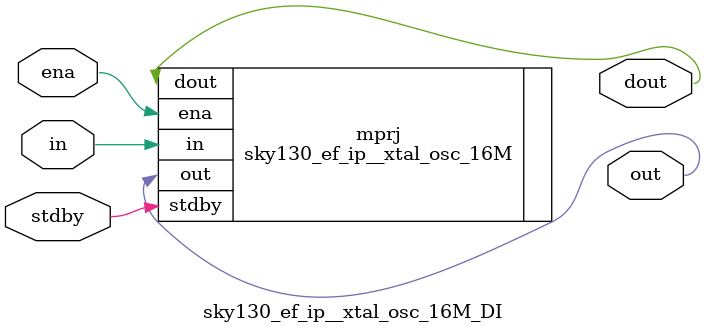
<source format=v>
/*
	Copyright 2020 Efabless Corp.
	
	Licensed under the Apache License, Version 2.0 (the "License"); 
	you may not use this file except in compliance with the License. 
	You may obtain a copy of the License at:
	http://www.apache.org/licenses/LICENSE-2.0
	Unless required by applicable law or agreed to in writing, software 
	distributed under the License is distributed on an "AS IS" BASIS, 
	WITHOUT WARRANTIES OR CONDITIONS OF ANY KIND, either express or implied. 
	See the License for the specific language governing permissions and 
	limitations under the License.
*/

`timescale          1ns/1ps
`default_nettype    none

module sky130_ef_ip__xtal_osc_16M_DI (
`ifdef USE_POWER_PINS
    input    vdda1,
    input    vssa1,
    input    vccd1,
    input    vssd1,
`endif
    input    in,
    input    ena,
    output   dout,
    output   out,
    input    stdby,
);

sky130_ef_ip__xtal_osc_16M mprj (
`ifdef USE_POWER_PINS
    .avdd(vdda1),
    .avss(vssa1),
    .dvdd(vccd1),
    .dvss(vssd1),
`endif

    .in(in),
    .ena(ena),
    .out(out),
    .dout(dout),
    .stdby(stdby)
);

endmodule
</source>
